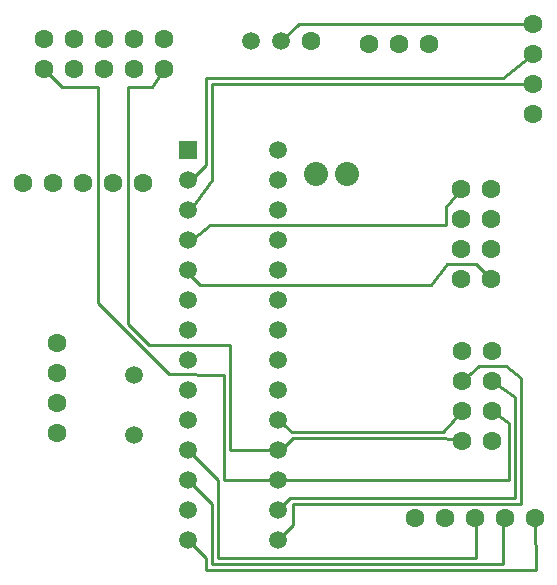
<source format=gbl>
G04 Layer: BottomLayer*
G04 EasyEDA v5.9.42, Sun, 03 Mar 2019 13:32:01 GMT*
G04 8358539c5ca44937bce32fba3cbe82d4*
G04 Gerber Generator version 0.2*
G04 Scale: 100 percent, Rotated: No, Reflected: No *
G04 Dimensions in millimeters *
G04 leading zeros omitted , absolute positions ,3 integer and 3 decimal *
%FSLAX33Y33*%
%MOMM*%
G90*
G71D02*

%ADD10C,0.254000*%
%ADD11C,2.032000*%
%ADD12C,1.499997*%
%ADD13R,1.499997X1.499997*%
%ADD14C,1.599997*%

%LPD*%
G54D10*
G01X16510Y33235D02*
G01X18034Y34759D01*
G01X18034Y42125D01*
G01X43180Y42120D01*
G01X45707Y44152D01*
G01X16510Y30695D02*
G01X18542Y33489D01*
G01X18542Y41617D01*
G01X45707Y41617D01*
G01X24130Y3009D02*
G01X25400Y4279D01*
G01X25400Y6057D01*
G01X44704Y6050D01*
G01X44704Y16652D01*
G01X43434Y17741D01*
G01X41148Y17741D01*
G01X39756Y16469D01*
G01X39756Y13929D02*
G01X38120Y12153D01*
G01X25349Y12153D01*
G01X24130Y13169D01*
G01X42296Y13929D02*
G01X43688Y12915D01*
G01X43688Y8089D01*
G01X24130Y8089D01*
G01X39756Y11389D02*
G01X38100Y11645D01*
G01X25400Y11645D01*
G01X24130Y10375D01*
G01X39674Y32725D02*
G01X38354Y31203D01*
G01X38351Y29679D01*
G01X18415Y29679D01*
G01X16510Y28155D01*
G01X42214Y25105D02*
G01X40894Y26377D01*
G01X38496Y26377D01*
G01X37084Y24599D01*
G01X17528Y24597D01*
G01X16510Y25615D01*
G01X16510Y10629D02*
G01X19050Y8089D01*
G01X19050Y1485D01*
G01X40894Y1485D01*
G01X40894Y4749D01*
G01X40820Y4823D01*
G01X16510Y8089D02*
G01X18542Y6057D01*
G01X18542Y977D01*
G01X43180Y977D01*
G01X43180Y4643D01*
G01X43360Y4823D01*
G01X16510Y3009D02*
G01X18034Y1485D01*
G01X18034Y469D01*
G01X45968Y469D01*
G01X45900Y4823D01*
G01X45707Y46691D02*
G01X25924Y46691D01*
G01X24442Y45209D01*
G01X42296Y16469D02*
G01X44196Y15067D01*
G01X44196Y6565D01*
G01X25146Y6565D01*
G01X24130Y5549D01*
G01X14478Y42880D02*
G01X13462Y41363D01*
G01X11430Y41363D01*
G01X11430Y21297D01*
G01X13208Y19519D01*
G01X20066Y19519D01*
G01X20066Y10629D01*
G01X24130Y10629D01*
G01X4318Y42880D02*
G01X5839Y41363D01*
G01X8890Y41363D01*
G01X8890Y23075D01*
G01X14945Y17020D01*
G01X19558Y16969D01*
G01X19558Y8089D01*
G01X24130Y8089D01*
G54D11*
G01X29972Y33997D03*
G01X27391Y33997D03*
G54D12*
G01X11938Y16979D03*
G01X11938Y11899D03*
G01X24130Y3009D03*
G01X24130Y5549D03*
G01X24130Y8089D03*
G01X24130Y10629D03*
G01X24130Y13169D03*
G01X24130Y15709D03*
G01X24130Y18249D03*
G01X24130Y20789D03*
G01X24130Y23329D03*
G01X24130Y25869D03*
G01X24130Y28409D03*
G01X24130Y30949D03*
G01X24130Y33489D03*
G01X24130Y36029D03*
G01X16510Y3009D03*
G01X16510Y5549D03*
G01X16510Y8089D03*
G01X16510Y10629D03*
G01X16510Y13169D03*
G01X16510Y15709D03*
G01X16510Y18249D03*
G01X16510Y20789D03*
G01X16510Y23329D03*
G01X16510Y25869D03*
G01X16510Y28409D03*
G01X16510Y30949D03*
G01X16510Y33489D03*
G54D13*
G01X16510Y36029D03*
G54D14*
G01X45707Y41611D03*
G01X45707Y44151D03*
G01X45707Y39071D03*
G01X45707Y46691D03*
G01X35740Y4823D03*
G01X38280Y4823D03*
G01X40820Y4823D03*
G01X43360Y4823D03*
G01X45900Y4823D03*
G01X39673Y30185D03*
G01X42213Y30185D03*
G01X39673Y27645D03*
G01X42213Y27645D03*
G01X39673Y25105D03*
G01X42213Y25105D03*
G01X39673Y32725D03*
G01X42213Y32725D03*
G01X39757Y16469D03*
G01X42297Y16469D03*
G01X39757Y13929D03*
G01X42297Y13929D03*
G01X39757Y11389D03*
G01X42297Y11389D03*
G01X39757Y19009D03*
G01X42297Y19009D03*
G01X26982Y45209D03*
G54D12*
G01X21902Y45209D03*
G01X24442Y45209D03*
G54D14*
G01X31865Y44955D03*
G01X34405Y44955D03*
G01X36945Y44955D03*
G01X5080Y33235D03*
G01X7620Y33235D03*
G01X10160Y33235D03*
G01X2540Y33235D03*
G01X12700Y33235D03*
G01X6858Y42879D03*
G01X6858Y45419D03*
G01X9398Y42879D03*
G01X9398Y45419D03*
G01X11938Y42879D03*
G01X11938Y45419D03*
G01X4318Y42879D03*
G01X4318Y45419D03*
G01X14478Y42879D03*
G01X14478Y45419D03*
G01X5427Y12062D03*
G01X5427Y14602D03*
G01X5427Y17142D03*
G01X5427Y19682D03*
M00*
M02*

</source>
